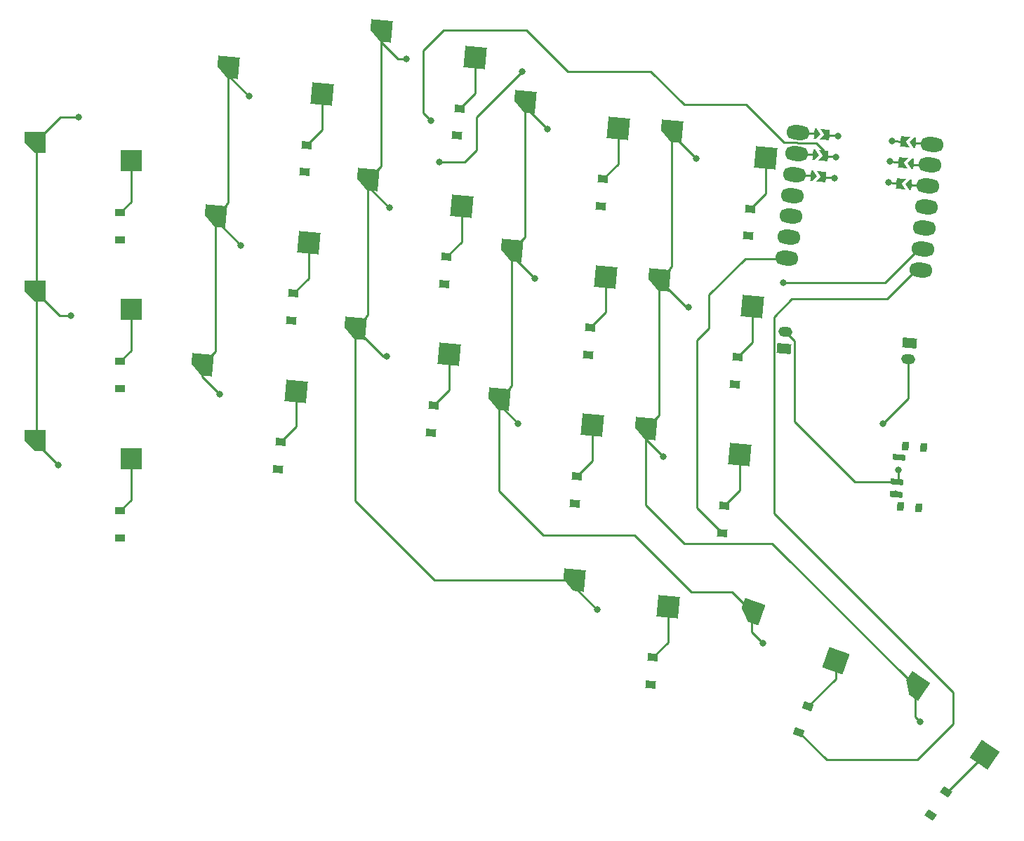
<source format=gbr>
%TF.GenerationSoftware,KiCad,Pcbnew,8.0.6*%
%TF.CreationDate,2024-11-20T19:49:45-07:00*%
%TF.ProjectId,board,626f6172-642e-46b6-9963-61645f706362,v1.0.0*%
%TF.SameCoordinates,Original*%
%TF.FileFunction,Copper,L2,Bot*%
%TF.FilePolarity,Positive*%
%FSLAX46Y46*%
G04 Gerber Fmt 4.6, Leading zero omitted, Abs format (unit mm)*
G04 Created by KiCad (PCBNEW 8.0.6) date 2024-11-20 19:49:45*
%MOMM*%
%LPD*%
G01*
G04 APERTURE LIST*
G04 Aperture macros list*
%AMHorizOval*
0 Thick line with rounded ends*
0 $1 width*
0 $2 $3 position (X,Y) of the first rounded end (center of the circle)*
0 $4 $5 position (X,Y) of the second rounded end (center of the circle)*
0 Add line between two ends*
20,1,$1,$2,$3,$4,$5,0*
0 Add two circle primitives to create the rounded ends*
1,1,$1,$2,$3*
1,1,$1,$4,$5*%
%AMRotRect*
0 Rectangle, with rotation*
0 The origin of the aperture is its center*
0 $1 length*
0 $2 width*
0 $3 Rotation angle, in degrees counterclockwise*
0 Add horizontal line*
21,1,$1,$2,0,0,$3*%
%AMFreePoly0*
4,1,6,1.300000,-1.300000,0.000000,-1.300000,-1.300000,0.000000,-1.300000,1.300000,1.300000,1.300000,1.300000,-1.300000,1.300000,-1.300000,$1*%
%AMFreePoly1*
4,1,6,0.500000,-0.625000,-0.650000,-0.625000,-0.150000,0.000000,-0.650000,0.625000,0.500000,0.625000,0.500000,-0.625000,0.500000,-0.625000,$1*%
%AMFreePoly2*
4,1,6,0.250000,0.000000,-0.250000,-0.625000,-0.500000,-0.625000,-0.500000,0.625000,-0.250000,0.625000,0.250000,0.000000,0.250000,0.000000,$1*%
G04 Aperture macros list end*
%TA.AperFunction,ComponentPad*%
%ADD10C,0.800000*%
%TD*%
%TA.AperFunction,SMDPad,CuDef*%
%ADD11R,1.200000X0.900000*%
%TD*%
%TA.AperFunction,SMDPad,CuDef*%
%ADD12FreePoly0,355.000000*%
%TD*%
%TA.AperFunction,SMDPad,CuDef*%
%ADD13RotRect,2.600000X2.600000X355.000000*%
%TD*%
%TA.AperFunction,SMDPad,CuDef*%
%ADD14RotRect,0.900000X1.200000X85.000000*%
%TD*%
%TA.AperFunction,ComponentPad*%
%ADD15RotRect,1.200000X1.700000X85.000000*%
%TD*%
%TA.AperFunction,ComponentPad*%
%ADD16HorizOval,1.200000X-0.249049X0.021789X0.249049X-0.021789X0*%
%TD*%
%TA.AperFunction,SMDPad,CuDef*%
%ADD17FreePoly0,340.500000*%
%TD*%
%TA.AperFunction,SMDPad,CuDef*%
%ADD18RotRect,2.600000X2.600000X340.500000*%
%TD*%
%TA.AperFunction,ComponentPad*%
%ADD19RotRect,1.200000X1.700000X265.000000*%
%TD*%
%TA.AperFunction,SMDPad,CuDef*%
%ADD20RotRect,0.900000X1.200000X70.500000*%
%TD*%
%TA.AperFunction,SMDPad,CuDef*%
%ADD21FreePoly1,355.000000*%
%TD*%
%TA.AperFunction,ComponentPad*%
%ADD22HorizOval,1.800000X0.473192X-0.041399X-0.473192X0.041399X0*%
%TD*%
%TA.AperFunction,ComponentPad*%
%ADD23HorizOval,1.800000X-0.473192X0.041399X0.473192X-0.041399X0*%
%TD*%
%TA.AperFunction,SMDPad,CuDef*%
%ADD24FreePoly1,175.000000*%
%TD*%
%TA.AperFunction,SMDPad,CuDef*%
%ADD25FreePoly2,355.000000*%
%TD*%
%TA.AperFunction,SMDPad,CuDef*%
%ADD26FreePoly2,175.000000*%
%TD*%
%TA.AperFunction,SMDPad,CuDef*%
%ADD27FreePoly0,326.000000*%
%TD*%
%TA.AperFunction,SMDPad,CuDef*%
%ADD28RotRect,2.600000X2.600000X326.000000*%
%TD*%
%TA.AperFunction,SMDPad,CuDef*%
%ADD29FreePoly0,0.000000*%
%TD*%
%TA.AperFunction,SMDPad,CuDef*%
%ADD30R,2.600000X2.600000*%
%TD*%
%TA.AperFunction,SMDPad,CuDef*%
%ADD31RotRect,0.900000X1.200000X56.000000*%
%TD*%
%TA.AperFunction,SMDPad,CuDef*%
%ADD32RotRect,0.700000X1.500000X265.000000*%
%TD*%
%TA.AperFunction,SMDPad,CuDef*%
%ADD33RotRect,1.000000X0.800000X265.000000*%
%TD*%
%TA.AperFunction,ViaPad*%
%ADD34C,0.800000*%
%TD*%
%TA.AperFunction,Conductor*%
%ADD35C,0.250000*%
%TD*%
G04 APERTURE END LIST*
D10*
%TO.P,D2,1,K*%
%TO.N,Net-(D11-K)*%
X6975552Y12156658D03*
D11*
X6975552Y12156658D03*
D10*
%TO.P,D2,2,A*%
%TO.N,Net-(D2-A)*%
X6975552Y15456658D03*
D11*
X6975552Y15456658D03*
%TD*%
D12*
%TO.P,S12,1,A*%
%TO.N,Net-(S10-A)*%
X55779795Y46823832D03*
D13*
%TO.P,S12,2,B*%
%TO.N,Net-(D12-A)*%
X67094101Y43625554D03*
%TD*%
D10*
%TO.P,D12,1,K*%
%TO.N,Net-(D12-K)*%
X64963483Y34181973D03*
D14*
X64963483Y34181973D03*
D10*
%TO.P,D12,2,A*%
%TO.N,Net-(D12-A)*%
X65251097Y37469415D03*
D14*
X65251097Y37469415D03*
%TD*%
D12*
%TO.P,S9,1,A*%
%TO.N,Net-(S16-A)*%
X38458380Y55365998D03*
D13*
%TO.P,S9,2,B*%
%TO.N,Net-(D9-A)*%
X49772686Y52167720D03*
%TD*%
D10*
%TO.P,D10,1,K*%
%TO.N,Net-(D1-K)*%
X61825876Y-1681037D03*
D14*
X61825876Y-1681037D03*
D10*
%TO.P,D10,2,A*%
%TO.N,Net-(D10-A)*%
X62113490Y1606405D03*
D14*
X62113490Y1606405D03*
%TD*%
D12*
%TO.P,S5,1,A*%
%TO.N,Net-(S4-A)*%
X18435138Y33026129D03*
D13*
%TO.P,S5,2,B*%
%TO.N,Net-(D5-A)*%
X29749444Y29827851D03*
%TD*%
D15*
%TO.P,JST1,1,Pin_1*%
%TO.N,Net-(JST1-Pin_1)*%
X87077423Y17032699D03*
D16*
%TO.P,JST1,2,Pin_2*%
%TO.N,Net-(JST1-Pin_2)*%
X87251735Y19025089D03*
%TD*%
D10*
%TO.P,D5,1,K*%
%TO.N,Net-(D11-K)*%
X27618826Y20384269D03*
D14*
X27618826Y20384269D03*
D10*
%TO.P,D5,2,A*%
%TO.N,Net-(D5-A)*%
X27906440Y23671711D03*
D14*
X27906440Y23671711D03*
%TD*%
D17*
%TO.P,S17,1,A*%
%TO.N,Net-(S10-A)*%
X83145109Y-14713096D03*
D18*
%TO.P,S17,2,B*%
%TO.N,Net-(D17-A)*%
X93298243Y-20642376D03*
%TD*%
D10*
%TO.P,D4,1,K*%
%TO.N,Net-(D1-K)*%
X26050023Y2452765D03*
D14*
X26050023Y2452765D03*
D10*
%TO.P,D4,2,A*%
%TO.N,Net-(D4-A)*%
X26337637Y5740207D03*
D14*
X26337637Y5740207D03*
%TD*%
D12*
%TO.P,S8,1,A*%
%TO.N,Net-(S16-A)*%
X36889577Y37434494D03*
D13*
%TO.P,S8,2,B*%
%TO.N,Net-(D8-A)*%
X48203883Y34236216D03*
%TD*%
D19*
%TO.P,JST2,1,Pin_1*%
%TO.N,Net-(JST1-Pin_1)*%
X102194656Y17717753D03*
D16*
%TO.P,JST2,2,Pin_2*%
%TO.N,Net-(JST2-Pin_2)*%
X102020344Y15725363D03*
%TD*%
D12*
%TO.P,S15,1,A*%
%TO.N,Net-(S13-A)*%
X73536988Y43262639D03*
D13*
%TO.P,S15,2,B*%
%TO.N,Net-(D15-A)*%
X84851294Y40064361D03*
%TD*%
D10*
%TO.P,D17,1,K*%
%TO.N,Net-(D16-K)*%
X88871007Y-29251693D03*
D20*
X88871007Y-29251693D03*
D10*
%TO.P,D17,2,A*%
%TO.N,Net-(D17-A)*%
X89972569Y-26140977D03*
D20*
X89972569Y-26140977D03*
%TD*%
D12*
%TO.P,S14,1,A*%
%TO.N,Net-(S13-A)*%
X71968184Y25331135D03*
D13*
%TO.P,S14,2,B*%
%TO.N,Net-(D14-A)*%
X83282490Y22132857D03*
%TD*%
D12*
%TO.P,S4,1,A*%
%TO.N,Net-(S4-A)*%
X16866335Y15094624D03*
D13*
%TO.P,S4,2,B*%
%TO.N,Net-(D4-A)*%
X28180641Y11896346D03*
%TD*%
D10*
%TO.P,D6,1,K*%
%TO.N,Net-(D12-K)*%
X29187629Y38315774D03*
D14*
X29187629Y38315774D03*
D10*
%TO.P,D6,2,A*%
%TO.N,Net-(D6-A)*%
X29475243Y41603216D03*
D14*
X29475243Y41603216D03*
%TD*%
D12*
%TO.P,S7,1,A*%
%TO.N,Net-(S16-A)*%
X35320774Y19502989D03*
D13*
%TO.P,S7,2,B*%
%TO.N,Net-(D7-A)*%
X46635080Y16304711D03*
%TD*%
D10*
%TO.P,D14,1,K*%
%TO.N,Net-(D11-K)*%
X81151872Y12689275D03*
D14*
X81151872Y12689275D03*
D10*
%TO.P,D14,2,A*%
%TO.N,Net-(D14-A)*%
X81439486Y15976717D03*
D14*
X81439486Y15976717D03*
%TD*%
D12*
%TO.P,S6,1,A*%
%TO.N,Net-(S4-A)*%
X20003941Y50957634D03*
D13*
%TO.P,S6,2,B*%
%TO.N,Net-(D6-A)*%
X31318247Y47759356D03*
%TD*%
D21*
%TO.P,U1,0,P0*%
%TO.N,Net-(S1-A)*%
X92068562Y42815805D03*
D10*
X93575805Y42683939D03*
D21*
%TO.P,U1,1,P1*%
%TO.N,Net-(S4-A)*%
X91847184Y40285471D03*
D10*
X93354429Y40153604D03*
D21*
%TO.P,U1,2,P2*%
%TO.N,Net-(S16-A)*%
X91625811Y37755136D03*
D10*
X93133050Y37623270D03*
D22*
%TO.P,U1,3,P3*%
%TO.N,Net-(S10-A)*%
X88097069Y35514159D03*
%TO.P,U1,4,P4*%
%TO.N,Net-(D12-K)*%
X87875694Y32983824D03*
%TO.P,U1,5,P5*%
%TO.N,Net-(D11-K)*%
X87654318Y30453490D03*
%TO.P,U1,6,P6*%
%TO.N,Net-(D1-K)*%
X87432943Y27923155D03*
D23*
%TO.P,U1,7,P7*%
%TO.N,Net-(D16-K)*%
X103561334Y26512104D03*
%TO.P,U1,8,P8*%
%TO.N,Net-(S13-A)*%
X103782709Y29042438D03*
%TO.P,U1,9,P9*%
%TO.N,unconnected-(U1-P9-Pad9)*%
X104004085Y31572773D03*
%TO.P,U1,10,P10*%
%TO.N,unconnected-(U1-P10-Pad10)*%
X104225461Y34103107D03*
D10*
%TO.P,U1,11,V3*%
%TO.N,unconnected-(U1-V3-Pad11)*%
X99632228Y37054666D03*
D24*
X101139470Y36922799D03*
D10*
%TO.P,U1,12,GND*%
%TO.N,unconnected-(U1-GND-Pad12)*%
X99853603Y39585000D03*
D24*
X101360846Y39453133D03*
D10*
%TO.P,U1,13,VCC*%
%TO.N,unconnected-(U1-VCC-Pad13)*%
X100074979Y42115335D03*
D24*
X101582221Y41983468D03*
D22*
%TO.P,U1,_1_0*%
%TO.N,N/C*%
X88761196Y43105162D03*
D25*
X91226778Y42889452D03*
D22*
%TO.P,U1,_1_1*%
X88539821Y40574828D03*
D25*
X91005402Y40359117D03*
D22*
%TO.P,U1,_1_2*%
X88318445Y38044493D03*
D25*
X90784026Y37828783D03*
D26*
%TO.P,U1,_1_11*%
X101981255Y36849152D03*
D23*
X104446836Y36633442D03*
D26*
%TO.P,U1,_1_12*%
X102202630Y39379487D03*
D23*
X104668212Y39163776D03*
D26*
%TO.P,U1,_1_13*%
X102424006Y41909821D03*
D23*
X104889587Y41694111D03*
%TD*%
D10*
%TO.P,D15,1,K*%
%TO.N,Net-(D12-K)*%
X82720676Y30620780D03*
D14*
X82720676Y30620780D03*
D10*
%TO.P,D15,2,A*%
%TO.N,Net-(D15-A)*%
X83008290Y33908222D03*
D14*
X83008290Y33908222D03*
%TD*%
D10*
%TO.P,D16,1,K*%
%TO.N,Net-(D16-K)*%
X70953747Y-23559839D03*
D14*
X70953747Y-23559839D03*
D10*
%TO.P,D16,2,A*%
%TO.N,Net-(D16-A)*%
X71241361Y-20272397D03*
D14*
X71241361Y-20272397D03*
%TD*%
D10*
%TO.P,D8,1,K*%
%TO.N,Net-(D11-K)*%
X46073265Y24792634D03*
D14*
X46073265Y24792634D03*
D10*
%TO.P,D8,2,A*%
%TO.N,Net-(D8-A)*%
X46360879Y28080076D03*
D14*
X46360879Y28080076D03*
%TD*%
D27*
%TO.P,S18,1,A*%
%TO.N,Net-(S13-A)*%
X102889093Y-23739213D03*
D28*
%TO.P,S18,2,B*%
%TO.N,Net-(D18-A)*%
X111234252Y-32021773D03*
%TD*%
D12*
%TO.P,S13,1,A*%
%TO.N,Net-(S13-A)*%
X70399381Y7399630D03*
D13*
%TO.P,S13,2,B*%
%TO.N,Net-(D13-A)*%
X81713687Y4201352D03*
%TD*%
D29*
%TO.P,S3,1,A*%
%TO.N,Net-(S1-A)*%
X-3275000Y41950000D03*
D30*
%TO.P,S3,2,B*%
%TO.N,Net-(D3-A)*%
X8275000Y39750000D03*
%TD*%
D10*
%TO.P,D13,1,K*%
%TO.N,Net-(D1-K)*%
X79583069Y-5242229D03*
D14*
X79583069Y-5242229D03*
D10*
%TO.P,D13,2,A*%
%TO.N,Net-(D13-A)*%
X79870683Y-1954787D03*
D14*
X79870683Y-1954787D03*
%TD*%
D12*
%TO.P,S11,1,A*%
%TO.N,Net-(S10-A)*%
X54210991Y28892327D03*
D13*
%TO.P,S11,2,B*%
%TO.N,Net-(D11-A)*%
X65525297Y25694049D03*
%TD*%
D10*
%TO.P,D3,1,K*%
%TO.N,Net-(D12-K)*%
X6975552Y30156658D03*
D11*
X6975552Y30156658D03*
D10*
%TO.P,D3,2,A*%
%TO.N,Net-(D3-A)*%
X6975552Y33456658D03*
D11*
X6975552Y33456658D03*
%TD*%
D10*
%TO.P,D18,1,K*%
%TO.N,Net-(D16-K)*%
X104792432Y-39248372D03*
D31*
X104792432Y-39248372D03*
D10*
%TO.P,D18,2,A*%
%TO.N,Net-(D18-A)*%
X106637768Y-36512548D03*
D31*
X106637768Y-36512548D03*
%TD*%
D10*
%TO.P,D11,1,K*%
%TO.N,Net-(D11-K)*%
X63394679Y16250468D03*
D14*
X63394679Y16250468D03*
D10*
%TO.P,D11,2,A*%
%TO.N,Net-(D11-A)*%
X63682293Y19537910D03*
D14*
X63682293Y19537910D03*
%TD*%
D12*
%TO.P,S10,1,A*%
%TO.N,Net-(S10-A)*%
X52642188Y10960823D03*
D13*
%TO.P,S10,2,B*%
%TO.N,Net-(D10-A)*%
X63956494Y7762545D03*
%TD*%
D29*
%TO.P,S1,1,A*%
%TO.N,Net-(S1-A)*%
X-3275000Y5950000D03*
D30*
%TO.P,S1,2,B*%
%TO.N,Net-(D1-A)*%
X8275000Y3750000D03*
%TD*%
D10*
%TO.P,D9,1,K*%
%TO.N,Net-(D12-K)*%
X47642068Y42724139D03*
D14*
X47642068Y42724139D03*
D10*
%TO.P,D9,2,A*%
%TO.N,Net-(D9-A)*%
X47929682Y46011581D03*
D14*
X47929682Y46011581D03*
%TD*%
D29*
%TO.P,S2,1,A*%
%TO.N,Net-(S1-A)*%
X-3275000Y23950000D03*
D30*
%TO.P,S2,2,B*%
%TO.N,Net-(D2-A)*%
X8275000Y21750000D03*
%TD*%
D10*
%TO.P,D1,1,K*%
%TO.N,Net-(D1-K)*%
X6975552Y-5843342D03*
D11*
X6975552Y-5843342D03*
D10*
%TO.P,D1,2,A*%
%TO.N,Net-(D1-A)*%
X6975552Y-2543342D03*
D11*
X6975552Y-2543342D03*
%TD*%
D10*
%TO.P,D7,1,K*%
%TO.N,Net-(D1-K)*%
X44504462Y6861130D03*
D14*
X44504462Y6861130D03*
D10*
%TO.P,D7,2,A*%
%TO.N,Net-(D7-A)*%
X44792076Y10148572D03*
D14*
X44792076Y10148572D03*
%TD*%
D12*
%TO.P,S16,1,A*%
%TO.N,Net-(S16-A)*%
X61770059Y-10917979D03*
D13*
%TO.P,S16,2,B*%
%TO.N,Net-(D16-A)*%
X73084365Y-14116257D03*
%TD*%
D32*
%TO.P,S19,1*%
%TO.N,unconnected-(S19-Pad1)*%
X100952760Y3893961D03*
%TO.P,S19,2*%
%TO.N,Net-(JST1-Pin_2)*%
X100691292Y905376D03*
%TO.P,S19,3*%
%TO.N,Net-(JST2-Pin_2)*%
X100560559Y-588916D03*
D33*
%TO.P,S19,SH1*%
%TO.N,N/C*%
X101722304Y5231982D03*
%TO.P,S19,SH2*%
X101086067Y-2040239D03*
%TO.P,S19,SH3*%
X103913933Y5040239D03*
%TO.P,S19,SH4*%
X103277696Y-2231982D03*
%TD*%
D34*
%TO.N,Net-(JST1-Pin_2)*%
X100822026Y2399669D03*
%TO.N,Net-(JST2-Pin_2)*%
X99000000Y8000000D03*
X100485821Y-514179D03*
%TO.N,Net-(S1-A)*%
X2000000Y45000000D03*
X-500000Y3000000D03*
X1000000Y21000000D03*
%TO.N,Net-(S4-A)*%
X44500000Y44500000D03*
X21500000Y29500000D03*
X22500000Y47500000D03*
X19000000Y11500000D03*
%TO.N,Net-(S16-A)*%
X39500000Y34000000D03*
X39098867Y16098868D03*
X45500000Y39500000D03*
X41500000Y52000000D03*
X55500000Y50500000D03*
X64500000Y-14500000D03*
%TO.N,Net-(S10-A)*%
X55000000Y8000000D03*
X58500000Y43500000D03*
X57000000Y25500000D03*
X84500000Y-18500000D03*
%TO.N,Net-(S13-A)*%
X103500000Y-28000000D03*
X72500000Y4000000D03*
X76500000Y40000000D03*
X87000000Y25000000D03*
X75500000Y22000000D03*
%TD*%
D35*
%TO.N,Net-(D11-A)*%
X65525297Y21380914D02*
X63682293Y19537910D01*
X65525297Y25694049D02*
X65525297Y21380914D01*
%TO.N,*%
X101980000Y36850000D02*
X103970000Y36670000D01*
X90780000Y37830000D02*
X88790000Y38000000D01*
X102372117Y39210000D02*
X104200000Y39210000D01*
X102420000Y41910000D02*
X104420000Y41740000D01*
X91010000Y40360000D02*
X89010000Y40530000D01*
X102202630Y39379487D02*
X102372117Y39210000D01*
X91230000Y42890000D02*
X89230000Y43060000D01*
%TO.N,Net-(D1-A)*%
X8275000Y-1243894D02*
X6975552Y-2543342D01*
X8275000Y3750000D02*
X8275000Y-1243894D01*
%TO.N,Net-(D2-A)*%
X8275000Y21750000D02*
X8275000Y16756106D01*
X8275000Y16756106D02*
X6975552Y15456658D01*
%TO.N,Net-(D3-A)*%
X8275000Y39750000D02*
X8275000Y34756106D01*
X8275000Y34756106D02*
X6975552Y33456658D01*
%TO.N,Net-(D4-A)*%
X28180641Y11896346D02*
X28180641Y7583211D01*
X28180641Y7583211D02*
X26337637Y5740207D01*
%TO.N,Net-(D5-A)*%
X29749444Y25514715D02*
X27906440Y23671711D01*
X29749444Y29827851D02*
X29749444Y25514715D01*
%TO.N,Net-(D6-A)*%
X31318247Y43446220D02*
X29475243Y41603216D01*
X31318247Y47759356D02*
X31318247Y43446220D01*
%TO.N,Net-(D7-A)*%
X46635080Y11991576D02*
X44792076Y10148572D01*
X46635080Y16304711D02*
X46635080Y11991576D01*
%TO.N,Net-(D8-A)*%
X48203883Y29923080D02*
X46360879Y28080076D01*
X48203883Y34236216D02*
X48203883Y29923080D01*
%TO.N,Net-(D9-A)*%
X49772686Y47854585D02*
X47929682Y46011581D01*
X49772686Y52167720D02*
X49772686Y47854585D01*
%TO.N,Net-(D10-A)*%
X63956494Y3449409D02*
X62113490Y1606405D01*
X63956494Y7762545D02*
X63956494Y3449409D01*
%TO.N,Net-(D12-A)*%
X67094101Y39312419D02*
X65251097Y37469415D01*
X67094101Y43625554D02*
X67094101Y39312419D01*
%TO.N,Net-(D13-A)*%
X81713687Y4201352D02*
X81713687Y-111783D01*
X81713687Y-111783D02*
X79870683Y-1954787D01*
%TO.N,Net-(D14-A)*%
X83282490Y22132857D02*
X83282490Y17819721D01*
X83282490Y17819721D02*
X81439486Y15976717D01*
%TO.N,Net-(D15-A)*%
X84851294Y40064361D02*
X84851294Y35751226D01*
X84851294Y35751226D02*
X83008290Y33908222D01*
%TO.N,Net-(D16-A)*%
X71241361Y-20272397D02*
X73084365Y-18429393D01*
X73084365Y-18429393D02*
X73084365Y-14116257D01*
%TO.N,Net-(D17-A)*%
X93298243Y-22815303D02*
X89972569Y-26140977D01*
X93298243Y-20642376D02*
X93298243Y-22815303D01*
%TO.N,Net-(D18-A)*%
X106743477Y-36512548D02*
X106637768Y-36512548D01*
X111234252Y-32021773D02*
X106743477Y-36512548D01*
%TO.N,Net-(JST1-Pin_2)*%
X88301482Y17975342D02*
X88301482Y8198518D01*
X100822026Y1036110D02*
X100691292Y905376D01*
X87251735Y19025089D02*
X88301482Y17975342D01*
X95594624Y905376D02*
X100691292Y905376D01*
X100822026Y2399669D02*
X100822026Y1036110D01*
X88301482Y8198518D02*
X95594624Y905376D01*
%TO.N,Net-(JST2-Pin_2)*%
X102020344Y11020344D02*
X99000000Y8000000D01*
X102020344Y15725363D02*
X102020344Y11020344D01*
%TO.N,unconnected-(U1-VCC-Pad13)*%
X101580000Y41980000D02*
X100070000Y42120000D01*
%TO.N,unconnected-(U1-GND-Pad12)*%
X101360000Y39450000D02*
X99850000Y39590000D01*
%TO.N,Net-(D1-K)*%
X78000000Y19451197D02*
X78000000Y23500000D01*
X76576152Y18027349D02*
X78000000Y19451197D01*
X78000000Y23500000D02*
X82381756Y27881756D01*
X79583069Y-5242229D02*
X76576152Y-2235312D01*
X82381756Y27881756D02*
X87906135Y27881756D01*
X76576152Y-2235312D02*
X76576152Y18027349D01*
%TO.N,Net-(D16-K)*%
X99534639Y23000000D02*
X103088142Y26553503D01*
X88000000Y23000000D02*
X99534639Y23000000D01*
X92212157Y-32592843D02*
X103142492Y-32592843D01*
X107500000Y-24500000D02*
X85853364Y-2853364D01*
X103142492Y-32592843D02*
X107500000Y-28235335D01*
X85853364Y20853364D02*
X88000000Y23000000D01*
X88871007Y-29251693D02*
X92212157Y-32592843D01*
X107500000Y-28235335D02*
X107500000Y-24500000D01*
X85853364Y-2853364D02*
X85853364Y20853364D01*
%TO.N,Net-(S1-A)*%
X-3275000Y5775000D02*
X-500000Y3000000D01*
X-3275000Y5950000D02*
X-3275000Y5775000D01*
X-3125000Y23800000D02*
X-3125000Y6100000D01*
X-225000Y45000000D02*
X2000000Y45000000D01*
X-3275000Y41950000D02*
X-225000Y45000000D01*
X-3125000Y41800000D02*
X-3125000Y24100000D01*
X-325000Y21000000D02*
X1000000Y21000000D01*
X-3275000Y23950000D02*
X-325000Y21000000D01*
X-3275000Y41950000D02*
X-3125000Y41800000D01*
X-3125000Y6100000D02*
X-3275000Y5950000D01*
X-3275000Y23950000D02*
X-3125000Y23800000D01*
X92070000Y42820000D02*
X93580000Y42680000D01*
X-3125000Y24100000D02*
X-3275000Y23950000D01*
%TO.N,Net-(S4-A)*%
X87994975Y41942519D02*
X88611412Y41888588D01*
X71000000Y50500000D02*
X75000000Y46500000D01*
X43500000Y53000000D02*
X46000000Y55500000D01*
X44500000Y44500000D02*
X43500000Y45500000D01*
X91847184Y40917878D02*
X91847184Y40285471D01*
X90975481Y41789581D02*
X91847184Y40917878D01*
X20003941Y50957634D02*
X20003941Y49996059D01*
X18435138Y33026129D02*
X18435138Y32564862D01*
X87057481Y41942519D02*
X87994975Y41942519D01*
X16866335Y15094624D02*
X16866335Y13633665D01*
X22500000Y47500000D02*
X22426317Y47573684D01*
X20003941Y49996059D02*
X22500000Y47500000D01*
X88611412Y41888588D02*
X88710419Y41789581D01*
X16866335Y13633665D02*
X19000000Y11500000D01*
X20003941Y34594932D02*
X18435138Y33026129D01*
X82500000Y46500000D02*
X87057481Y41942519D01*
X18435138Y16663427D02*
X16866335Y15094624D01*
X18435138Y33026129D02*
X18435138Y16663427D01*
X18435138Y32564862D02*
X21500000Y29500000D01*
X75000000Y46500000D02*
X82500000Y46500000D01*
X56000000Y55500000D02*
X61000000Y50500000D01*
X43500000Y45500000D02*
X43500000Y53000000D01*
X91850000Y40290000D02*
X93350000Y40150000D01*
X20003941Y50957634D02*
X20003941Y34594932D01*
X88710419Y41789581D02*
X90975481Y41789581D01*
X46000000Y55500000D02*
X56000000Y55500000D01*
X61000000Y50500000D02*
X71000000Y50500000D01*
%TO.N,Net-(S16-A)*%
X38724895Y16098868D02*
X35320774Y19502989D01*
X55500000Y50500000D02*
X55652187Y50652188D01*
X38458380Y55365998D02*
X38458380Y39003297D01*
X39098867Y16098868D02*
X38724895Y16098868D01*
X45500000Y39500000D02*
X48500000Y39500000D01*
X35320774Y19502989D02*
X35320774Y-1320774D01*
X61770059Y-11770059D02*
X61770059Y-10917979D01*
X38458380Y54041620D02*
X40500000Y52000000D01*
X36889577Y36610423D02*
X39500000Y34000000D01*
X35320774Y-1320774D02*
X44917979Y-10917979D01*
X38458380Y39003297D02*
X36889577Y37434494D01*
X44917979Y-10917979D02*
X61770059Y-10917979D01*
X48500000Y39500000D02*
X50000000Y41000000D01*
X64500000Y-14500000D02*
X61770059Y-11770059D01*
X40500000Y52000000D02*
X41500000Y52000000D01*
X91630000Y37760000D02*
X93130000Y37620000D01*
X50000000Y45000000D02*
X55500000Y50500000D01*
X36889577Y21071792D02*
X35320774Y19502989D01*
X38458380Y55365998D02*
X38458380Y54041620D01*
X50000000Y41000000D02*
X50000000Y45000000D01*
X36889577Y37434494D02*
X36889577Y21071792D01*
X36889577Y37434494D02*
X36889577Y36610423D01*
%TO.N,Net-(S10-A)*%
X55779795Y30461131D02*
X54210991Y28892327D01*
X55779795Y46823832D02*
X55779795Y30461131D01*
X55779795Y46823832D02*
X55779795Y46220205D01*
X54210991Y28892327D02*
X54210991Y28289009D01*
X75882901Y-12382901D02*
X69000000Y-5500000D01*
X55779795Y46220205D02*
X58500000Y43500000D01*
X80814914Y-12382901D02*
X75882901Y-12382901D01*
X83145109Y-17145109D02*
X84500000Y-18500000D01*
X54210991Y12529626D02*
X52642188Y10960823D01*
X58000000Y-5500000D02*
X52642188Y-142188D01*
X69000000Y-5500000D02*
X58000000Y-5500000D01*
X52642188Y10960823D02*
X52642188Y10357812D01*
X52642188Y10357812D02*
X55000000Y8000000D01*
X83145109Y-14713096D02*
X80814914Y-12382901D01*
X54210991Y28289009D02*
X57000000Y25500000D01*
X83145109Y-17145109D02*
X83145109Y-14713096D01*
X54210991Y28892327D02*
X54210991Y12529626D01*
X52642188Y-142188D02*
X52642188Y10960823D01*
%TO.N,Net-(S13-A)*%
X85649880Y-6500000D02*
X75000000Y-6500000D01*
X70399381Y7399630D02*
X70399381Y6100619D01*
X73536988Y26899939D02*
X71968184Y25331135D01*
X99225680Y25000000D02*
X103309517Y29083837D01*
X102889093Y-27389093D02*
X102889093Y-23739213D01*
X103500000Y-28000000D02*
X102889093Y-27389093D01*
X102889093Y-23739213D02*
X85649880Y-6500000D01*
X73536988Y43262639D02*
X73536988Y42963012D01*
X71968184Y8968433D02*
X70399381Y7399630D01*
X70399381Y-1899381D02*
X70399381Y7399630D01*
X73536988Y43262639D02*
X73536988Y26899939D01*
X70399381Y6100619D02*
X72500000Y4000000D01*
X71968184Y25331135D02*
X71968184Y8968433D01*
X75000000Y-6500000D02*
X70399381Y-1899381D01*
X75500000Y22000000D02*
X75299319Y22000000D01*
X73536988Y42963012D02*
X76500000Y40000000D01*
X75299319Y22000000D02*
X71968184Y25331135D01*
X87000000Y25000000D02*
X99225680Y25000000D01*
%TO.N,unconnected-(U1-V3-Pad11)*%
X101140000Y36920000D02*
X99630000Y37050000D01*
%TD*%
M02*

</source>
